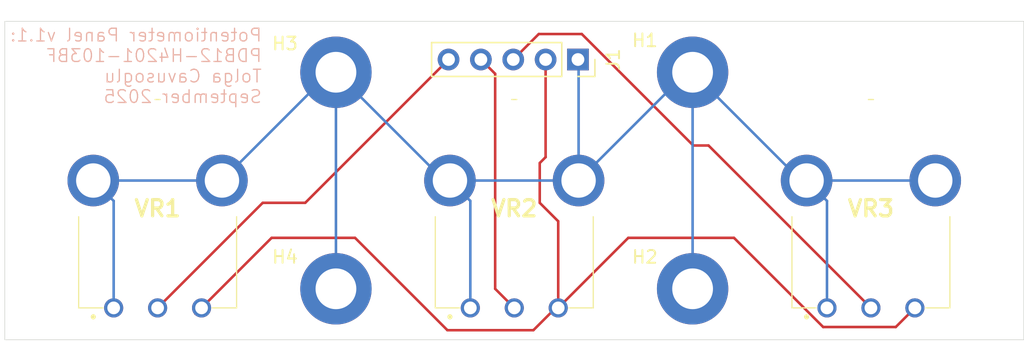
<source format=kicad_pcb>
(kicad_pcb (version 20241229) (generator "pcbnew") (generator_version "9.0")
  (layers (0 "F.Cu" signal) (2 "B.Cu" signal) (13 "F.Paste" user) (15 "B.Paste" user) (5 "F.SilkS" user "F.Silkscreen") (7 "B.SilkS" user "B.Silkscreen") (1 "F.Mask" user) (3 "B.Mask" user) (25 "Edge.Cuts" user))
  (net 0 "")
  (net 1 "GND")
  (net 2 "Net-(J1-Pin_3)")
  (net 3 "+3.3V")
  (net 4 "Net-(J1-Pin_4)")
  (net 5 "Net-(J1-Pin_5)")
  (footprint "Connector_PinSocket_2.54mm:PinSocket_1x05_P2.54mm_Vertical" (layer "F.Cu") (at 145 103 -90)
    (property "Reference" "J1" (at 0 -2.77 90) (layer "F.SilkS"))
    (property "Value" "Conn_01x05")
    (fp_line (start -1.33 11.49) (end 1.33 11.49) (stroke (width 0.12)) (layer "F.SilkS"))
    (fp_line (start -1.33 1.27) (end -1.33 11.49) (stroke (width 0.12)) (layer "F.SilkS"))
    (fp_line (start -1.33 1.27) (end 1.33 1.27) (stroke (width 0.12)) (layer "F.SilkS"))
    (fp_line (start 1.33 1.27) (end 1.33 11.49) (stroke (width 0.12)) (layer "F.SilkS"))
    (fp_line (start 0 -1.33) (end 1.33 -1.33) (stroke (width 0.12)) (layer "F.SilkS"))
    (fp_line (start 1.33 -1.33) (end 1.33 0) (stroke (width 0.12)) (layer "F.SilkS"))
    (pad "1" thru_hole rect (at 0 0 270) (size 1.7 1.7) (drill 1) (layers "*.Cu" "*.Mask") (net 1 "GND"))
    (pad "2" thru_hole circle (at 0 2.54 270) (size 1.7 1.7) (drill 1) (layers "*.Cu" "*.Mask") (net 3 "+3.3V"))
    (pad "3" thru_hole circle (at 0 5.08 270) (size 1.7 1.7) (drill 1) (layers "*.Cu" "*.Mask") (net 2 "Net-(J1-Pin_3)"))
    (pad "4" thru_hole circle (at 0 7.62 270) (size 1.7 1.7) (drill 1) (layers "*.Cu" "*.Mask") (net 4 "Net-(J1-Pin_4)"))
    (pad "5" thru_hole circle (at 0 10.16 270) (size 1.7 1.7) (drill 1) (layers "*.Cu" "*.Mask") (net 5 "Net-(J1-Pin_5)"))
  )
  (footprint "Control_Panel_Footprints:PDB12H4201103BF" (layer "F.Cu") (at 165.5 122.5)
    (property "Reference" "VR3" (at 2.5 -7.805 0) (layer "F.SilkS") (effects (font (size 1.27 1.27) (thickness 0.254))))
    (property "Value" "PDB12-H4201-103BF" (hide yes))
    (fp_line (start -3.7 -7.16) (end -3.7 0) (stroke (width 0.1)) (layer "F.SilkS"))
    (fp_line (start -3.7 0) (end -1.8 0) (stroke (width 0.1)) (layer "F.SilkS"))
    (fp_line (start -2.55 0.6) (end -2.55 0.6) (stroke (width 0.2)) (layer "F.SilkS"))
    (fp_line (start -2.55 0.8) (end -2.55 0.8) (stroke (width 0.2)) (layer "F.SilkS"))
    (fp_line (start 2.3 -16.36) (end 2.7 -16.36) (stroke (width 0.1)) (layer "F.SilkS"))
    (fp_line (start 8.7 -7.16) (end 8.7 0) (stroke (width 0.1)) (layer "F.SilkS"))
    (fp_line (start 8.7 0) (end 6.8 0) (stroke (width 0.1)) (layer "F.SilkS"))
    (fp_arc (start -2.55 0.6) (mid -2.45 0.7) (end -2.55 0.8) (stroke (width 0.2)) (layer "F.SilkS"))
    (fp_arc (start -2.55 0.8) (mid -2.65 0.7) (end -2.55 0.6) (stroke (width 0.2)) (layer "F.SilkS"))
    (pad "1" thru_hole circle (at -0.95 0) (size 1.5 1.5) (drill 1) (layers "*.Cu" "*.Mask") (net 1 "GND"))
    (pad "2" thru_hole circle (at 2.5 0) (size 1.5 1.5) (drill 1) (layers "*.Cu" "*.Mask") (net 2 "Net-(J1-Pin_3)"))
    (pad "3" thru_hole circle (at 5.95 0) (size 1.5 1.5) (drill 1) (layers "*.Cu" "*.Mask") (net 3 "+3.3V"))
    (pad "MH1" thru_hole circle (at -2.55 -10) (size 4.05 4.05) (drill 2.7) (layers "*.Cu" "*.Mask") (net 1 "GND"))
    (pad "MH2" thru_hole circle (at 7.55 -10) (size 4.05 4.05) (drill 2.7) (layers "*.Cu" "*.Mask") (net 1 "GND"))
  )
  (footprint "MountingHole:MountingHole_3.2mm_M3_DIN965_Pad" (layer "F.Cu") (at 126 121)
    (property "Reference" "H4" (at -4 -2.5 0) (layer "F.SilkS"))
    (property "Value" "MountingHole_Pad")
    (pad "1" thru_hole circle (at 0 0) (size 5.6 5.6) (drill 3.2) (layers "*.Cu" "*.Mask") (net 1 "GND"))
  )
  (footprint "Control_Panel_Footprints:PDB12H4201103BF" (layer "F.Cu") (at 109.5 122.5)
    (property "Reference" "VR1" (at 2.5 -7.805 0) (layer "F.SilkS") (effects (font (size 1.27 1.27) (thickness 0.254))))
    (property "Value" "PDB12-H4201-103BF" (hide yes))
    (fp_line (start -3.7 -7.16) (end -3.7 0) (stroke (width 0.1)) (layer "F.SilkS"))
    (fp_line (start -3.7 0) (end -1.8 0) (stroke (width 0.1)) (layer "F.SilkS"))
    (fp_line (start -2.55 0.6) (end -2.55 0.6) (stroke (width 0.2)) (layer "F.SilkS"))
    (fp_line (start -2.55 0.8) (end -2.55 0.8) (stroke (width 0.2)) (layer "F.SilkS"))
    (fp_line (start 2.3 -16.36) (end 2.7 -16.36) (stroke (width 0.1)) (layer "F.SilkS"))
    (fp_line (start 8.7 -7.16) (end 8.7 0) (stroke (width 0.1)) (layer "F.SilkS"))
    (fp_line (start 8.7 0) (end 6.8 0) (stroke (width 0.1)) (layer "F.SilkS"))
    (fp_arc (start -2.55 0.6) (mid -2.45 0.7) (end -2.55 0.8) (stroke (width 0.2)) (layer "F.SilkS"))
    (fp_arc (start -2.55 0.8) (mid -2.65 0.7) (end -2.55 0.6) (stroke (width 0.2)) (layer "F.SilkS"))
    (pad "1" thru_hole circle (at -0.95 0) (size 1.5 1.5) (drill 1) (layers "*.Cu" "*.Mask") (net 1 "GND"))
    (pad "2" thru_hole circle (at 2.5 0) (size 1.5 1.5) (drill 1) (layers "*.Cu" "*.Mask") (net 5 "Net-(J1-Pin_5)"))
    (pad "3" thru_hole circle (at 5.95 0) (size 1.5 1.5) (drill 1) (layers "*.Cu" "*.Mask") (net 3 "+3.3V"))
    (pad "MH1" thru_hole circle (at -2.55 -10) (size 4.05 4.05) (drill 2.7) (layers "*.Cu" "*.Mask") (net 1 "GND"))
    (pad "MH2" thru_hole circle (at 7.55 -10) (size 4.05 4.05) (drill 2.7) (layers "*.Cu" "*.Mask") (net 1 "GND"))
  )
  (footprint "MountingHole:MountingHole_3.2mm_M3_DIN965_Pad" (layer "F.Cu") (at 126 104)
    (property "Reference" "H3" (at -4 -2.25 0) (layer "F.SilkS"))
    (property "Value" "MountingHole_Pad")
    (pad "1" thru_hole circle (at 0 0) (size 5.6 5.6) (drill 3.2) (layers "*.Cu" "*.Mask") (net 1 "GND"))
  )
  (footprint "MountingHole:MountingHole_3.2mm_M3_DIN965_Pad" (layer "F.Cu") (at 154 121)
    (property "Reference" "H2" (at -3.75 -2.5 0) (layer "F.SilkS"))
    (property "Value" "MountingHole_Pad")
    (pad "1" thru_hole circle (at 0 0) (size 5.6 5.6) (drill 3.2) (layers "*.Cu" "*.Mask") (net 1 "GND"))
  )
  (footprint "Control_Panel_Footprints:PDB12H4201103BF" (layer "F.Cu") (at 137.5 122.5)
    (property "Reference" "VR2" (at 2.5 -7.805 0) (layer "F.SilkS") (effects (font (size 1.27 1.27) (thickness 0.254))))
    (property "Value" "PDB12-H4201-103BF" (hide yes))
    (fp_line (start -3.7 -7.16) (end -3.7 0) (stroke (width 0.1)) (layer "F.SilkS"))
    (fp_line (start -3.7 0) (end -1.8 0) (stroke (width 0.1)) (layer "F.SilkS"))
    (fp_line (start -2.55 0.6) (end -2.55 0.6) (stroke (width 0.2)) (layer "F.SilkS"))
    (fp_line (start -2.55 0.8) (end -2.55 0.8) (stroke (width 0.2)) (layer "F.SilkS"))
    (fp_line (start 2.3 -16.36) (end 2.7 -16.36) (stroke (width 0.1)) (layer "F.SilkS"))
    (fp_line (start 8.7 -7.16) (end 8.7 0) (stroke (width 0.1)) (layer "F.SilkS"))
    (fp_line (start 8.7 0) (end 6.8 0) (stroke (width 0.1)) (layer "F.SilkS"))
    (fp_arc (start -2.55 0.6) (mid -2.45 0.7) (end -2.55 0.8) (stroke (width 0.2)) (layer "F.SilkS"))
    (fp_arc (start -2.55 0.8) (mid -2.65 0.7) (end -2.55 0.6) (stroke (width 0.2)) (layer "F.SilkS"))
    (pad "1" thru_hole circle (at -0.95 0) (size 1.5 1.5) (drill 1) (layers "*.Cu" "*.Mask") (net 1 "GND"))
    (pad "2" thru_hole circle (at 2.5 0) (size 1.5 1.5) (drill 1) (layers "*.Cu" "*.Mask") (net 4 "Net-(J1-Pin_4)"))
    (pad "3" thru_hole circle (at 5.95 0) (size 1.5 1.5) (drill 1) (layers "*.Cu" "*.Mask") (net 3 "+3.3V"))
    (pad "MH1" thru_hole circle (at -2.55 -10) (size 4.05 4.05) (drill 2.7) (layers "*.Cu" "*.Mask") (net 1 "GND"))
    (pad "MH2" thru_hole circle (at 7.55 -10) (size 4.05 4.05) (drill 2.7) (layers "*.Cu" "*.Mask") (net 1 "GND"))
  )
  (footprint "MountingHole:MountingHole_3.2mm_M3_DIN965_Pad" (layer "F.Cu") (at 154 104)
    (property "Reference" "H1" (at -3.75 -2.5 0) (layer "F.SilkS"))
    (property "Value" "MountingHole_Pad")
    (pad "1" thru_hole circle (at 0 0) (size 5.6 5.6) (drill 3.2) (layers "*.Cu" "*.Mask") (net 1 "GND"))
  )
  (gr_rect (start 100 100) (end 180 125) (stroke (width 0.05)) (fill no) (layer "Edge.Cuts"))
  (gr_text "Potentiometer Panel v1.1: \nPDB12-H4201-103BF\nTolga Cavusoglu\nSeptember 2025" (at 120.25 106.5 0) (layer "B.SilkS") (effects (font (size 1 1) (thickness 0.1)) (justify left bottom mirror)))
  (segment (start 136.55 114.1) (end 134.95 112.5) (width 0.2) (layer "B.Cu") (net 1))
  (segment (start 162.95 112.5) (end 164.55 114.1) (width 0.2) (layer "B.Cu") (net 1))
  (segment (start 153.55 104) (end 154 104) (width 0.2) (layer "B.Cu") (net 1))
  (segment (start 134.5 112.5) (end 134.95 112.5) (width 0.2) (layer "B.Cu") (net 1))
  (segment (start 126 104) (end 134.5 112.5) (width 0.2) (layer "B.Cu") (net 1))
  (segment (start 125.55 104) (end 126 104) (width 0.2) (layer "B.Cu") (net 1))
  (segment (start 134.95 112.5) (end 145.05 112.5) (width 0.2) (layer "B.Cu") (net 1))
  (segment (start 162.5 112.5) (end 162.95 112.5) (width 0.2) (layer "B.Cu") (net 1))
  (segment (start 106.95 112.5) (end 117.05 112.5) (width 0.2) (layer "B.Cu") (net 1))
  (segment (start 154 121) (end 154 104) (width 0.2) (layer "B.Cu") (net 1))
  (segment (start 126 121) (end 126 104) (width 0.2) (layer "B.Cu") (net 1))
  (segment (start 164.55 114.1) (end 164.55 122.5) (width 0.2) (layer "B.Cu") (net 1))
  (segment (start 108.55 114.1) (end 108.55 122.5) (width 0.2) (layer "B.Cu") (net 1))
  (segment (start 162.95 112.5) (end 173.05 112.5) (width 0.2) (layer "B.Cu") (net 1))
  (segment (start 117.05 112.5) (end 125.55 104) (width 0.2) (layer "B.Cu") (net 1))
  (segment (start 106.95 112.5) (end 108.55 114.1) (width 0.2) (layer "B.Cu") (net 1))
  (segment (start 145.05 112.5) (end 145.05 103.05) (width 0.2) (layer "B.Cu") (net 1))
  (segment (start 145.05 112.5) (end 153.55 104) (width 0.2) (layer "B.Cu") (net 1))
  (segment (start 145.05 103.05) (end 145 103) (width 0.2) (layer "B.Cu") (net 1))
  (segment (start 136.55 122.5) (end 136.55 114.1) (width 0.2) (layer "B.Cu") (net 1))
  (segment (start 154 104) (end 162.5 112.5) (width 0.2) (layer "B.Cu") (net 1))
  (segment (start 168 122.5) (end 155.25 109.75) (width 0.2) (layer "F.Cu") (net 2))
  (segment (start 141.92 101) (end 139.92 103) (width 0.2) (layer "F.Cu") (net 2))
  (segment (start 155.25 109.75) (end 154.052 109.75) (width 0.2) (layer "F.Cu") (net 2))
  (segment (start 145.302 101) (end 141.92 101) (width 0.2) (layer "F.Cu") (net 2))
  (segment (start 154.052 109.75) (end 145.302 101) (width 0.2) (layer "F.Cu") (net 2))
  (segment (start 164.25 124) (end 157.25 117) (width 0.2) (layer "F.Cu") (net 3))
  (segment (start 143.45 115.7) (end 142 114.25) (width 0.2) (layer "F.Cu") (net 3))
  (segment (start 142 114.25) (end 142 111.125) (width 0.2) (layer "F.Cu") (net 3))
  (segment (start 169.95 124) (end 164.25 124) (width 0.2) (layer "F.Cu") (net 3))
  (segment (start 142.46 110.665) (end 142.46 103) (width 0.2) (layer "F.Cu") (net 3))
  (segment (start 114.975 122.975) (end 120.95 117) (width 0.2) (layer "F.Cu") (net 3))
  (segment (start 134.75 124.25) (end 141.5 124.25) (width 0.2) (layer "F.Cu") (net 3))
  (segment (start 127.5 117) (end 134.75 124.25) (width 0.2) (layer "F.Cu") (net 3))
  (segment (start 157.25 117) (end 148.95 117) (width 0.2) (layer "F.Cu") (net 3))
  (segment (start 141.5 124.25) (end 143.45 122.3) (width 0.2) (layer "F.Cu") (net 3))
  (segment (start 171.45 122.5) (end 169.95 124) (width 0.2) (layer "F.Cu") (net 3))
  (segment (start 120.95 117) (end 127.5 117) (width 0.2) (layer "F.Cu") (net 3))
  (segment (start 142 111.125) (end 142.46 110.665) (width 0.2) (layer "F.Cu") (net 3))
  (segment (start 143.45 122.3) (end 143.45 115.7) (width 0.2) (layer "F.Cu") (net 3))
  (segment (start 143.45 122.5) (end 148.95 117) (width 0.2) (layer "F.Cu") (net 3))
  (segment (start 138.5 121) (end 138.5 104.12) (width 0.2) (layer "F.Cu") (net 4))
  (segment (start 138.5 104.12) (end 137.38 103) (width 0.2) (layer "F.Cu") (net 4))
  (segment (start 140 122.5) (end 138.5 121) (width 0.2) (layer "F.Cu") (net 4))
  (segment (start 123.59 114.25) (end 134.84 103) (width 0.2) (layer "F.Cu") (net 5))
  (segment (start 120.25 114.25) (end 123.59 114.25) (width 0.2) (layer "F.Cu") (net 5))
  (segment (start 112 122.5) (end 120.25 114.25) (width 0.2) (layer "F.Cu") (net 5))
)
</source>
